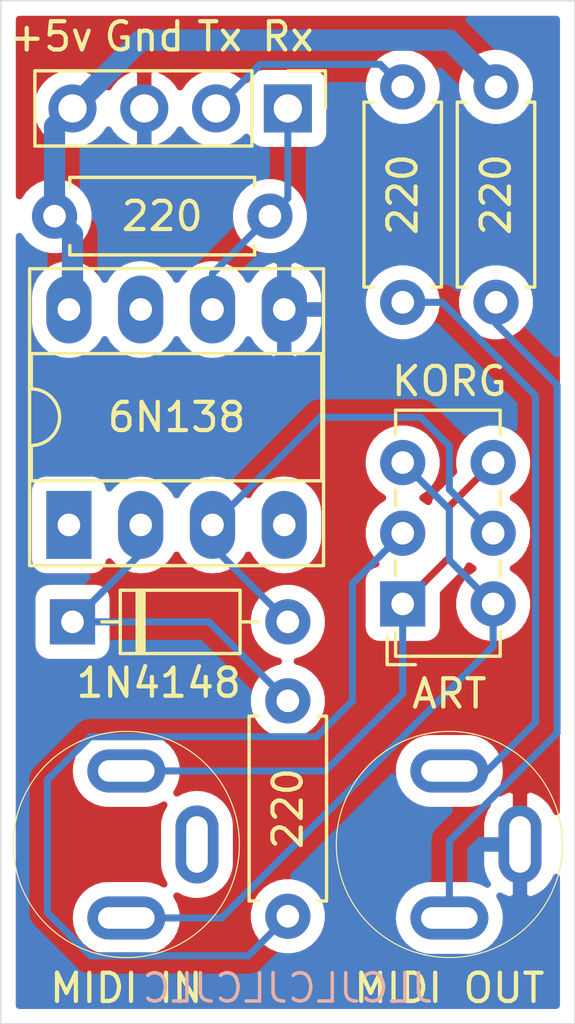
<source format=kicad_pcb>
(kicad_pcb (version 20211014) (generator pcbnew)
  (layers (0 "F.Cu" signal) (31 "B.Cu" signal) (34 "B.Paste" user) (35 "F.Paste" user) (36 "B.SilkS" user "B.Silkscreen") (37 "F.SilkS" user "F.Silkscreen") (38 "B.Mask" user) (39 "F.Mask" user) (44 "Edge.Cuts" user))
  (net 0 "")
  (net 1 "GND")
  (net 2 "+5V")
  (net 3 "RX")
  (net 4 "TX")
  (net 5 "Net-(D1-Pad2)")
  (net 6 "Net-(D1-Pad1)")
  (net 7 "Net-(J1-PadR)")
  (net 8 "Net-(J2-PadT)")
  (net 9 "Net-(J2-PadR)")
  (net 10 "Net-(J1-PadT)")
  (net 11 "Net-(R1-Pad2)")
  (footprint "Diode_THT:D_DO-35_SOD27_P7.62mm_Horizontal" (layer "F.Cu") (at 2.54 21.971)
    (fp_text reference "D1" hide)
    (fp_text value "1N4148" (at 3.048 2.159) (layer "F.SilkS"))
    (fp_line (start 2.41 -1.12) (end 2.41 1.12) (layer "F.SilkS") (width 0.12))
    (fp_line (start 2.29 -1.12) (end 2.29 1.12) (layer "F.SilkS") (width 0.12))
    (fp_line (start 5.93 -1.12) (end 1.69 -1.12) (layer "F.SilkS") (width 0.12))
    (fp_line (start 1.69 -1.12) (end 1.69 1.12) (layer "F.SilkS") (width 0.12))
    (fp_line (start 5.93 1.12) (end 5.93 -1.12) (layer "F.SilkS") (width 0.12))
    (fp_line (start 1.04 0) (end 1.69 0) (layer "F.SilkS") (width 0.12))
    (fp_line (start 2.53 -1.12) (end 2.53 1.12) (layer "F.SilkS") (width 0.12))
    (fp_line (start 6.58 0) (end 5.93 0) (layer "F.SilkS") (width 0.12))
    (fp_line (start 1.69 1.12) (end 5.93 1.12) (layer "F.SilkS") (width 0.12))
    (pad "1" thru_hole rect locked (at 0 0) (size 1.6 1.6) (drill 0.8) (layers *.Cu *.Mask) (net 6 "Net-(D1-Pad1)"))
    (pad "2" thru_hole oval locked (at 7.62 0) (size 1.6 1.6) (drill 0.8) (layers *.Cu *.Mask) (net 5 "Net-(D1-Pad2)"))
  )
  (footprint "_OscillatorParts:PJ392_3.5MM_Vertical" (layer "F.Cu") (at 4.445 29.845)
    (fp_text reference "J1" hide)
    (fp_text value "MIDI IN" (at 0 5.08) (layer "F.SilkS"))
    (fp_circle (center 0 0) (end 4 0) (layer "F.SilkS") (width 0.04) (fill none))
    (pad "R" thru_hole oval locked (at 0 2.6 270) (size 1.524 2.762) (drill oval 0.762 2) (layers *.Cu *.Mask) (net 7 "Net-(J1-PadR)"))
    (pad "S" thru_hole oval locked (at 2.5 0) (size 1.524 2.762) (drill oval 0.762 2) (layers *.Cu *.Mask))
    (pad "T" thru_hole oval locked (at 0 -2.6 270) (size 1.524 2.762) (drill oval 0.762 2) (layers *.Cu *.Mask) (net 10 "Net-(J1-PadT)"))
  )
  (footprint "_OscillatorParts:PJ392_3.5MM_Vertical" (layer "F.Cu") (at 15.875 29.845)
    (fp_text reference "J2" hide)
    (fp_text value "MIDI OUT" (at 0 5.08) (layer "F.SilkS"))
    (fp_circle (center 0 0) (end 4 0) (layer "F.SilkS") (width 0.04) (fill none))
    (pad "R" thru_hole oval locked (at 0 2.6 270) (size 1.524 2.762) (drill oval 0.762 2) (layers *.Cu *.Mask) (net 9 "Net-(J2-PadR)"))
    (pad "S" thru_hole oval locked (at 2.5 0) (size 1.524 2.762) (drill oval 0.762 2) (layers *.Cu *.Mask) (net 1 "GND"))
    (pad "T" thru_hole oval locked (at 0 -2.6 270) (size 1.524 2.762) (drill oval 0.762 2) (layers *.Cu *.Mask) (net 8 "Net-(J2-PadT)"))
  )
  (footprint "Resistor_THT:R_Axial_DIN0207_L6.3mm_D2.5mm_P7.62mm_Horizontal" (layer "F.Cu") (at 10.16 24.765 -90)
    (fp_text reference "R1" hide)
    (fp_text value "220" (at 3.81 0 90) (layer "F.SilkS"))
    (fp_line (start 0.54 1.04) (end 0.54 1.37) (layer "F.SilkS") (width 0.12))
    (fp_line (start 7.08 1.37) (end 7.08 1.04) (layer "F.SilkS") (width 0.12))
    (fp_line (start 0.54 -1.37) (end 7.08 -1.37) (layer "F.SilkS") (width 0.12))
    (fp_line (start 0.54 1.37) (end 7.08 1.37) (layer "F.SilkS") (width 0.12))
    (fp_line (start 0.54 -1.04) (end 0.54 -1.37) (layer "F.SilkS") (width 0.12))
    (fp_line (start 7.08 -1.37) (end 7.08 -1.04) (layer "F.SilkS") (width 0.12))
    (pad "1" thru_hole circle locked (at 0 0 270) (size 1.6 1.6) (drill 0.8) (layers *.Cu *.Mask) (net 6 "Net-(D1-Pad1)"))
    (pad "2" thru_hole oval locked (at 7.62 0 270) (size 1.6 1.6) (drill 0.8) (layers *.Cu *.Mask) (net 11 "Net-(R1-Pad2)"))
  )
  (footprint "Resistor_THT:R_Axial_DIN0207_L6.3mm_D2.5mm_P7.62mm_Horizontal" (layer "F.Cu") (at 14.224 10.668 90)
    (fp_text reference "R4" hide)
    (fp_text value "220" (at 3.81 0 90) (layer "F.SilkS"))
    (fp_line (start 0.54 1.37) (end 7.08 1.37) (layer "F.SilkS") (width 0.12))
    (fp_line (start 0.54 -1.04) (end 0.54 -1.37) (layer "F.SilkS") (width 0.12))
    (fp_line (start 7.08 -1.37) (end 7.08 -1.04) (layer "F.SilkS") (width 0.12))
    (fp_line (start 0.54 -1.37) (end 7.08 -1.37) (layer "F.SilkS") (width 0.12))
    (fp_line (start 7.08 1.37) (end 7.08 1.04) (layer "F.SilkS") (width 0.12))
    (fp_line (start 0.54 1.04) (end 0.54 1.37) (layer "F.SilkS") (width 0.12))
    (pad "1" thru_hole circle locked (at 0 0 90) (size 1.6 1.6) (drill 0.8) (layers *.Cu *.Mask) (net 8 "Net-(J2-PadT)"))
    (pad "2" thru_hole oval locked (at 7.62 0 90) (size 1.6 1.6) (drill 0.8) (layers *.Cu *.Mask) (net 4 "TX"))
  )
  (footprint "Resistor_THT:R_Axial_DIN0207_L6.3mm_D2.5mm_P7.62mm_Horizontal" (layer "F.Cu") (at 17.526 10.668 90)
    (fp_text reference "R5" hide)
    (fp_text value "220" (at 3.81 0 90) (layer "F.SilkS"))
    (fp_line (start 0.54 1.37) (end 7.08 1.37) (layer "F.SilkS") (width 0.12))
    (fp_line (start 0.54 1.04) (end 0.54 1.37) (layer "F.SilkS") (width 0.12))
    (fp_line (start 7.08 1.37) (end 7.08 1.04) (layer "F.SilkS") (width 0.12))
    (fp_line (start 7.08 -1.37) (end 7.08 -1.04) (layer "F.SilkS") (width 0.12))
    (fp_line (start 0.54 -1.37) (end 7.08 -1.37) (layer "F.SilkS") (width 0.12))
    (fp_line (start 0.54 -1.04) (end 0.54 -1.37) (layer "F.SilkS") (width 0.12))
    (pad "1" thru_hole circle locked (at 0 0 90) (size 1.6 1.6) (drill 0.8) (layers *.Cu *.Mask) (net 9 "Net-(J2-PadR)"))
    (pad "2" thru_hole oval locked (at 7.62 0 90) (size 1.6 1.6) (drill 0.8) (layers *.Cu *.Mask) (net 2 "+5V"))
  )
  (footprint "Package_DIP:DIP-8_W7.62mm_Socket_LongPads" (layer "F.Cu") (at 2.413 18.542 90)
    (fp_text reference "U1" hide)
    (fp_text value "6N138" (at 3.81 3.81 180) (layer "F.SilkS"))
    (fp_line (start 1.56 8.95) (end 6.06 8.95) (layer "F.SilkS") (width 0.12))
    (fp_line (start 1.56 -1.33) (end 1.56 8.95) (layer "F.SilkS") (width 0.12))
    (fp_line (start -1.44 -1.39) (end -1.44 9.01) (layer "F.SilkS") (width 0.12))
    (fp_line (start 6.06 -1.33) (end 4.81 -1.33) (layer "F.SilkS") (width 0.12))
    (fp_line (start 6.06 8.95) (end 6.06 -1.33) (layer "F.SilkS") (width 0.12))
    (fp_line (start 2.81 -1.33) (end 1.56 -1.33) (layer "F.SilkS") (width 0.12))
    (fp_line (start 9.06 -1.39) (end -1.44 -1.39) (layer "F.SilkS") (width 0.12))
    (fp_line (start 9.06 9.01) (end 9.06 -1.39) (layer "F.SilkS") (width 0.12))
    (fp_line (start -1.44 9.01) (end 9.06 9.01) (layer "F.SilkS") (width 0.12))
    (fp_arc (start 4.81 -1.33) (mid 3.81 -0.33) (end 2.81 -1.33) (layer "F.SilkS") (width 0.12))
    (pad "1" thru_hole rect locked (at 0 0 90) (size 2.4 1.6) (drill 0.8) (layers *.Cu *.Mask))
    (pad "2" thru_hole oval locked (at 0 2.54 90) (size 2.4 1.6) (drill 0.8) (layers *.Cu *.Mask) (net 6 "Net-(D1-Pad1)"))
    (pad "3" thru_hole oval locked (at 0 5.08 90) (size 2.4 1.6) (drill 0.8) (layers *.Cu *.Mask) (net 5 "Net-(D1-Pad2)"))
    (pad "4" thru_hole oval locked (at 0 7.62 90) (size 2.4 1.6) (drill 0.8) (layers *.Cu *.Mask))
    (pad "5" thru_hole oval locked (at 7.62 7.62 90) (size 2.4 1.6) (drill 0.8) (layers *.Cu *.Mask) (net 1 "GND"))
    (pad "6" thru_hole oval locked (at 7.62 5.08 90) (size 2.4 1.6) (drill 0.8) (layers *.Cu *.Mask) (net 3 "RX"))
    (pad "7" thru_hole oval locked (at 7.62 2.54 90) (size 2.4 1.6) (drill 0.8) (layers *.Cu *.Mask))
    (pad "8" thru_hole oval locked (at 7.62 0 90) (size 2.4 1.6) (drill 0.8) (layers *.Cu *.Mask) (net 2 "+5V"))
  )
  (footprint "Button_Switch_THT:SW_E-Switch_EG1271_DPDT" (layer "F.Cu") (at 14.224 21.336 90)
    (fp_text reference "SW1" hide)
    (fp_text value "SW_DPDT_x2" hide)
    (fp_line (start -2.15 -0.55) (end -1.15 -0.55) (layer "F.SilkS") (width 0.12))
    (fp_line (start 6.85 3.45) (end 5.98 3.45) (layer "F.SilkS") (width 0.12))
    (fp_line (start 5.97 -0.25) (end 6.85 -0.25) (layer "F.SilkS") (width 0.12))
    (fp_line (start -0.97 3.45) (end -1.85 3.45) (layer "F.SilkS") (width 0.12))
    (fp_line (start -1.85 -0.25) (end -1 -0.25) (layer "F.SilkS") (width 0.12))
    (fp_line (start 3.47 -0.25) (end 4.03 -0.25) (layer "F.SilkS") (width 0.12))
    (fp_line (start -2.15 0.45) (end -2.15 -0.55) (layer "F.SilkS") (width 0.12))
    (fp_line (start 1.53 3.45) (end 0.97 3.45) (layer "F.SilkS") (width 0.12))
    (fp_line (start 4.02 3.45) (end 3.47 3.45) (layer "F.SilkS") (width 0.12))
    (fp_line (start 1 -0.25) (end 1.53 -0.25) (layer "F.SilkS") (width 0.12))
    (fp_line (start -1.85 3.45) (end -1.85 -0.25) (layer "F.SilkS") (width 0.12))
    (fp_line (start 6.85 -0.25) (end 6.85 3.45) (layer "F.SilkS") (width 0.12))
    (pad "1" thru_hole rect locked (at 0 0 90) (size 1.6 1.6) (drill 0.8) (layers *.Cu *.Mask) (net 10 "Net-(J1-PadT)"))
    (pad "2" thru_hole circle locked (at 2.5 0 90) (size 1.6 1.6) (drill 0.8) (layers *.Cu *.Mask) (net 11 "Net-(R1-Pad2)"))
    (pad "3" thru_hole circle locked (at 5 0 90) (size 1.6 1.6) (drill 0.8) (layers *.Cu *.Mask) (net 7 "Net-(J1-PadR)"))
    (pad "4" thru_hole circle locked (at 0 3.2 90) (size 1.6 1.6) (drill 0.8) (layers *.Cu *.Mask) (net 7 "Net-(J1-PadR)"))
    (pad "5" thru_hole circle locked (at 2.5 3.2 90) (size 1.6 1.6) (drill 0.8) (layers *.Cu *.Mask) (net 5 "Net-(D1-Pad2)"))
    (pad "6" thru_hole circle locked (at 5 3.2 90) (size 1.6 1.6) (drill 0.8) (layers *.Cu *.Mask) (net 10 "Net-(J1-PadT)"))
  )
  (footprint "Connector_PinHeader_2.54mm:PinHeader_1x04_P2.54mm_Vertical" (layer "F.Cu") (at 10.16 3.81 -90)
    (fp_text reference "J3" hide)
    (fp_text value "Conn_01x04" hide)
    (fp_line (start -1.33 8.95) (end 1.33 8.95) (layer "F.SilkS") (width 0.12))
    (fp_line (start -1.33 -1.33) (end 0 -1.33) (layer "F.SilkS") (width 0.12))
    (fp_line (start 1.33 1.27) (end 1.33 8.95) (layer "F.SilkS") (width 0.12))
    (fp_line (start -1.33 0) (end -1.33 -1.33) (layer "F.SilkS") (width 0.12))
    (fp_line (start -1.33 1.27) (end -1.33 8.95) (layer "F.SilkS") (width 0.12))
    (fp_line (start -1.33 1.27) (end 1.33 1.27) (layer "F.SilkS") (width 0.12))
    (pad "1" thru_hole rect locked (at 0 0 270) (size 1.7 1.7) (drill 1) (layers *.Cu *.Mask) (net 3 "RX"))
    (pad "2" thru_hole oval locked (at 0 2.54 270) (size 1.7 1.7) (drill 1) (layers *.Cu *.Mask) (net 4 "TX"))
    (pad "3" thru_hole oval locked (at 0 5.08 270) (size 1.7 1.7) (drill 1) (layers *.Cu *.Mask) (net 1 "GND"))
    (pad "4" thru_hole oval locked (at 0 7.62 270) (size 1.7 1.7) (drill 1) (layers *.Cu *.Mask) (net 2 "+5V"))
  )
  (footprint "Resistor_THT:R_Axial_DIN0207_L6.3mm_D2.5mm_P7.62mm_Horizontal" (layer "F.Cu") (at 9.525 7.62 180)
    (fp_text reference "R2" hide)
    (fp_text value "220" (at 3.81 0) (layer "F.SilkS"))
    (fp_line (start 0.54 -1.37) (end 7.08 -1.37) (layer "F.SilkS") (width 0.12))
    (fp_line (start 0.54 -1.04) (end 0.54 -1.37) (layer "F.SilkS") (width 0.12))
    (fp_line (start 7.08 -1.37) (end 7.08 -1.04) (layer "F.SilkS") (width 0.12))
    (fp_line (start 7.08 1.37) (end 7.08 1.04) (layer "F.SilkS") (width 0.12))
    (fp_line (start 0.54 1.37) (end 7.08 1.37) (layer "F.SilkS") (width 0.12))
    (fp_line (start 0.54 1.04) (end 0.54 1.37) (layer "F.SilkS") (width 0.12))
    (pad "1" thru_hole circle locked (at 0 0 180) (size 1.6 1.6) (drill 0.8) (layers *.Cu *.Mask) (net 3 "RX"))
    (pad "2" thru_hole oval locked (at 7.62 0 180) (size 1.6 1.6) (drill 0.8) (layers *.Cu *.Mask) (net 2 "+5V"))
  )
  (gr_line (start 0 0) (end 0 36.195) (layer "Edge.Cuts") (width 0.05))
  (gr_line (start 20.32 0) (end 20.32 36.195) (layer "Edge.Cuts") (width 0.05))
  (gr_line (start 0 36.195) (end 20.32 36.195) (layer "Edge.Cuts") (width 0.05))
  (gr_line (start 0 0) (end 20.32 0) (layer "Edge.Cuts") (width 0.05))
  (gr_text "JLCJLCJLCJLC" (at 10.16 34.925) (layer "B.SilkS") (effects (font (size 1 1) (thickness 0.125)) (justify mirror)))
  (gr_text "KORG" (at 15.875 13.462) (layer "F.SilkS") (effects (font (size 1 1))))
  (gr_text "Rx" (at 10.16 1.27) (layer "F.SilkS") (effects (font (size 1 1))))
  (gr_text "+5v" (at 1.778 1.27) (layer "F.SilkS") (effects (font (size 1 1))))
  (gr_text "ART" (at 15.875 24.511) (layer "F.SilkS") (effects (font (size 1 1))))
  (gr_text "Tx" (at 7.747 1.27) (layer "F.SilkS") (effects (font (size 1 1))))
  (gr_text "Gnd" (at 5.08 1.27) (layer "F.SilkS") (effects (font (size 1 1))))
  (segment (start 1.905 7.62) (end 2.54 8.255) (width 0.75) (layer "B.Cu") (net 2))
  (segment (start 1.905 4.445) (end 1.905 7.62) (width 0.75) (layer "B.Cu") (net 2))
  (segment (start 15.875 1.397) (end 17.526 3.048) (width 0.75) (layer "B.Cu") (net 2))
  (segment (start 2.54 3.81) (end 1.905 4.445) (width 0.75) (layer "B.Cu") (net 2))
  (segment (start 4.953 1.397) (end 15.875 1.397) (width 0.75) (layer "B.Cu") (net 2))
  (segment (start 2.54 3.81) (end 4.953 1.397) (width 0.75) (layer "B.Cu") (net 2))
  (segment (start 2.54 10.795) (end 2.413 10.922) (width 0.75) (layer "B.Cu") (net 2))
  (segment (start 2.54 8.255) (end 2.54 10.795) (width 0.75) (layer "B.Cu") (net 2))
  (segment (start 7.493 10.922) (end 7.493 9.652) (width 0.25) (layer "B.Cu") (net 3))
  (segment (start 7.493 9.652) (end 9.525 7.62) (width 0.25) (layer "B.Cu") (net 3))
  (segment (start 10.16 3.81) (end 10.16 6.985) (width 0.25) (layer "B.Cu") (net 3))
  (segment (start 10.16 6.985) (end 9.525 7.62) (width 0.25) (layer "B.Cu") (net 3))
  (segment (start 9.181999 2.248001) (end 7.62 3.81) (width 0.25) (layer "B.Cu") (net 4))
  (segment (start 14.224 3.048) (end 13.424001 2.248001) (width 0.25) (layer "B.Cu") (net 4))
  (segment (start 13.424001 2.248001) (end 9.181999 2.248001) (width 0.25) (layer "B.Cu") (net 4))
  (segment (start 14.859 14.732) (end 11.303 14.732) (width 0.25) (layer "B.Cu") (net 5))
  (segment (start 15.875 17.287) (end 15.875 15.748) (width 0.25) (layer "B.Cu") (net 5))
  (segment (start 17.424 18.836) (end 15.875 17.287) (width 0.25) (layer "B.Cu") (net 5))
  (segment (start 7.493 19.304) (end 10.16 21.971) (width 0.25) (layer "B.Cu") (net 5))
  (segment (start 11.303 14.732) (end 7.493 18.542) (width 0.25) (layer "B.Cu") (net 5))
  (segment (start 7.493 18.542) (end 7.493 19.304) (width 0.25) (layer "B.Cu") (net 5))
  (segment (start 15.875 15.748) (end 14.859 14.732) (width 0.25) (layer "B.Cu") (net 5))
  (segment (start 4.953 18.542) (end 4.953 19.558) (width 0.25) (layer "B.Cu") (net 6))
  (segment (start 7.366 21.971) (end 10.16 24.765) (width 0.25) (layer "B.Cu") (net 6))
  (segment (start 2.54 21.971) (end 7.366 21.971) (width 0.25) (layer "B.Cu") (net 6))
  (segment (start 4.953 19.558) (end 2.54 21.971) (width 0.25) (layer "B.Cu") (net 6))
  (segment (start 15.875 19.787) (end 17.424 21.336) (width 0.25) (layer "B.Cu") (net 7))
  (segment (start 7.814 32.445) (end 17.424 22.835) (width 0.25) (layer "B.Cu") (net 7))
  (segment (start 14.224 16.336) (end 15.875 17.987) (width 0.25) (layer "B.Cu") (net 7))
  (segment (start 17.424 22.835) (end 17.424 21.336) (width 0.25) (layer "B.Cu") (net 7))
  (segment (start 4.445 32.445) (end 7.814 32.445) (width 0.25) (layer "B.Cu") (net 7))
  (segment (start 15.875 17.987) (end 15.875 19.787) (width 0.25) (layer "B.Cu") (net 7))
  (segment (start 18.923 13.97) (end 15.621 10.668) (width 0.25) (layer "B.Cu") (net 8))
  (segment (start 15.875 27.245) (end 17.205 27.245) (width 0.25) (layer "B.Cu") (net 8))
  (segment (start 17.205 27.245) (end 18.923 25.527) (width 0.25) (layer "B.Cu") (net 8))
  (segment (start 15.621 10.668) (end 14.224 10.668) (width 0.25) (layer "B.Cu") (net 8))
  (segment (start 18.923 25.527) (end 18.923 13.97) (width 0.25) (layer "B.Cu") (net 8))
  (segment (start 17.526 11.43) (end 17.526 10.668) (width 0.25) (layer "B.Cu") (net 9))
  (segment (start 15.875 32.445) (end 15.875 29.718) (width 0.25) (layer "B.Cu") (net 9))
  (segment (start 15.875 29.718) (end 19.685 25.908) (width 0.25) (layer "B.Cu") (net 9))
  (segment (start 19.685 25.908) (end 19.685 13.589) (width 0.25) (layer "B.Cu") (net 9))
  (segment (start 19.685 13.589) (end 17.526 11.43) (width 0.25) (layer "B.Cu") (net 9))
  (segment (start 17.424 16.336) (end 15.875 17.885) (width 0.25) (layer "F.Cu") (net 10))
  (segment (start 15.875 19.685) (end 14.224 21.336) (width 0.25) (layer "F.Cu") (net 10))
  (segment (start 15.875 17.885) (end 15.875 19.685) (width 0.25) (layer "F.Cu") (net 10))
  (segment (start 11.49 27.245) (end 14.224 24.511) (width 0.25) (layer "B.Cu") (net 10))
  (segment (start 14.224 24.511) (end 14.224 21.336) (width 0.25) (layer "B.Cu") (net 10))
  (segment (start 4.445 27.245) (end 11.49 27.245) (width 0.25) (layer "B.Cu") (net 10))
  (segment (start 8.763 33.782) (end 10.16 32.385) (width 0.25) (layer "B.Cu") (net 11))
  (segment (start 3.175 26.035) (end 1.651 27.559) (width 0.25) (layer "B.Cu") (net 11))
  (segment (start 12.446 24.765) (end 11.176 26.035) (width 0.25) (layer "B.Cu") (net 11))
  (segment (start 3.175 33.782) (end 8.763 33.782) (width 0.25) (layer "B.Cu") (net 11))
  (segment (start 1.651 27.559) (end 1.651 32.258) (width 0.25) (layer "B.Cu") (net 11))
  (segment (start 14.224 18.836) (end 12.446 20.614) (width 0.25) (layer "B.Cu") (net 11))
  (segment (start 1.651 32.258) (end 3.175 33.782) (width 0.25) (layer "B.Cu") (net 11))
  (segment (start 11.176 26.035) (end 3.175 26.035) (width 0.25) (layer "B.Cu") (net 11))
  (segment (start 12.446 20.614) (end 12.446 24.765) (width 0.25) (layer "B.Cu") (net 11))
  (zone (net 1) (net_name "GND") (layer "F.Cu") (connect_pads (clearance 0.508)) (min_thickness 0.254) (fill yes (thermal_gap 0.508) (thermal_bridge_width 0.508))
    (polygon (pts (xy 0 0) (xy 20.32 0) (xy 20.32 36.195) (xy 0 36.195)))
  )
  (zone (net 1) (net_name "GND") (layer "B.Cu") (connect_pads (clearance 0.508)) (min_thickness 0.254) (fill yes (thermal_gap 0.508) (thermal_bridge_width 0.508))
    (polygon (pts (xy 0 0) (xy 20.32 0) (xy 20.32 36.195) (xy 0 36.195)))
  )
)
</source>
